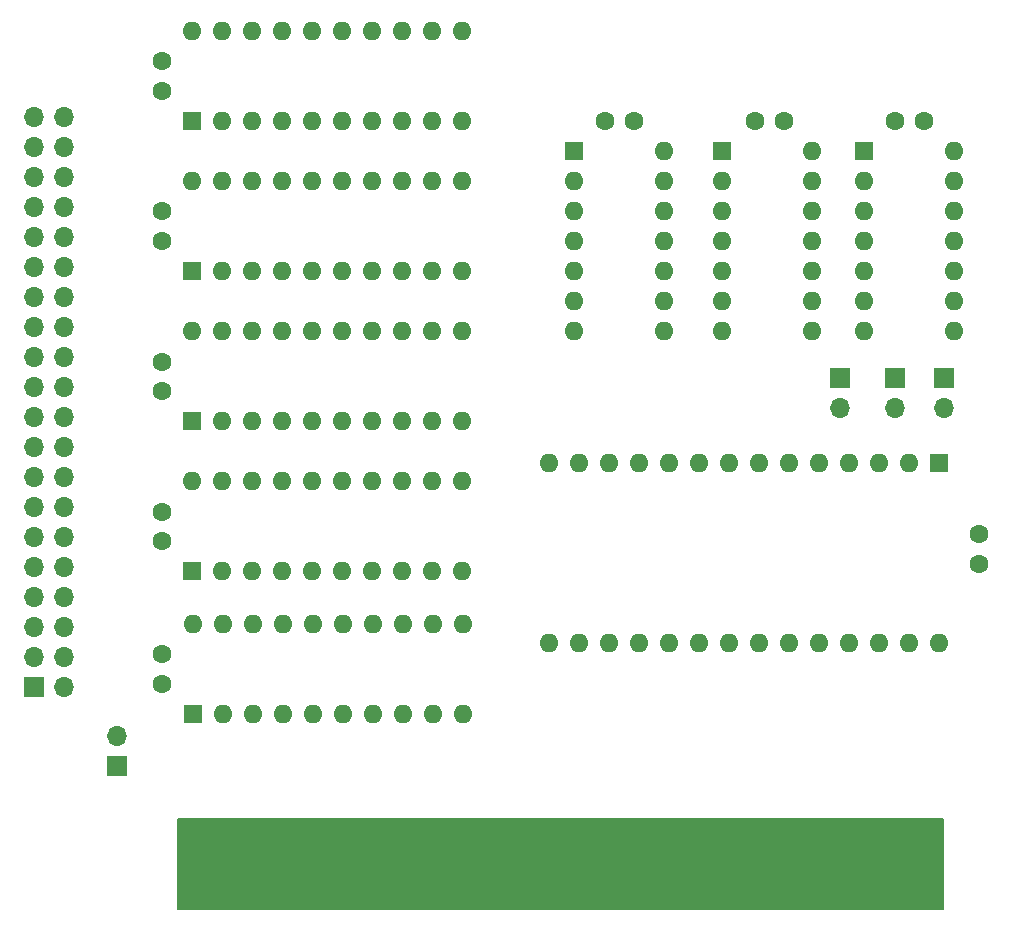
<source format=gbr>
G04 #@! TF.GenerationSoftware,KiCad,Pcbnew,8.0.3*
G04 #@! TF.CreationDate,2024-06-18T13:39:18-04:00*
G04 #@! TF.ProjectId,Apple2IORPi,4170706c-6532-4494-9f52-50692e6b6963,0.7*
G04 #@! TF.SameCoordinates,Original*
G04 #@! TF.FileFunction,Soldermask,Top*
G04 #@! TF.FilePolarity,Negative*
%FSLAX46Y46*%
G04 Gerber Fmt 4.6, Leading zero omitted, Abs format (unit mm)*
G04 Created by KiCad (PCBNEW 8.0.3) date 2024-06-18 13:39:18*
%MOMM*%
%LPD*%
G01*
G04 APERTURE LIST*
%ADD10C,0.150000*%
%ADD11R,1.700000X1.700000*%
%ADD12O,1.700000X1.700000*%
%ADD13R,1.600000X1.600000*%
%ADD14O,1.600000X1.600000*%
%ADD15C,1.600000*%
G04 APERTURE END LIST*
D10*
X187400001Y-119380000D02*
X122630001Y-119380000D01*
X122630001Y-111760000D01*
X187400001Y-111760000D01*
X187400001Y-119380000D01*
G36*
X187400001Y-119380000D02*
G01*
X122630001Y-119380000D01*
X122630001Y-111760000D01*
X187400001Y-111760000D01*
X187400001Y-119380000D01*
G37*
G36*
G01*
X123900001Y-118808500D02*
X123900001Y-112077500D01*
G75*
G02*
X124217501Y-111760000I317500J0D01*
G01*
X124852501Y-111760000D01*
G75*
G02*
X125170001Y-112077500I0J-317500D01*
G01*
X125170001Y-118808500D01*
G75*
G02*
X124852501Y-119126000I-317500J0D01*
G01*
X124217501Y-119126000D01*
G75*
G02*
X123900001Y-118808500I0J317500D01*
G01*
G37*
G36*
G01*
X126440001Y-118808500D02*
X126440001Y-112077500D01*
G75*
G02*
X126757501Y-111760000I317500J0D01*
G01*
X127392501Y-111760000D01*
G75*
G02*
X127710001Y-112077500I0J-317500D01*
G01*
X127710001Y-118808500D01*
G75*
G02*
X127392501Y-119126000I-317500J0D01*
G01*
X126757501Y-119126000D01*
G75*
G02*
X126440001Y-118808500I0J317500D01*
G01*
G37*
G36*
G01*
X128980001Y-118808500D02*
X128980001Y-112077500D01*
G75*
G02*
X129297501Y-111760000I317500J0D01*
G01*
X129932501Y-111760000D01*
G75*
G02*
X130250001Y-112077500I0J-317500D01*
G01*
X130250001Y-118808500D01*
G75*
G02*
X129932501Y-119126000I-317500J0D01*
G01*
X129297501Y-119126000D01*
G75*
G02*
X128980001Y-118808500I0J317500D01*
G01*
G37*
G36*
G01*
X131520001Y-118808500D02*
X131520001Y-112077500D01*
G75*
G02*
X131837501Y-111760000I317500J0D01*
G01*
X132472501Y-111760000D01*
G75*
G02*
X132790001Y-112077500I0J-317500D01*
G01*
X132790001Y-118808500D01*
G75*
G02*
X132472501Y-119126000I-317500J0D01*
G01*
X131837501Y-119126000D01*
G75*
G02*
X131520001Y-118808500I0J317500D01*
G01*
G37*
G36*
G01*
X134060001Y-118808500D02*
X134060001Y-112077500D01*
G75*
G02*
X134377501Y-111760000I317500J0D01*
G01*
X135012501Y-111760000D01*
G75*
G02*
X135330001Y-112077500I0J-317500D01*
G01*
X135330001Y-118808500D01*
G75*
G02*
X135012501Y-119126000I-317500J0D01*
G01*
X134377501Y-119126000D01*
G75*
G02*
X134060001Y-118808500I0J317500D01*
G01*
G37*
G36*
G01*
X136600001Y-118808500D02*
X136600001Y-112077500D01*
G75*
G02*
X136917501Y-111760000I317500J0D01*
G01*
X137552501Y-111760000D01*
G75*
G02*
X137870001Y-112077500I0J-317500D01*
G01*
X137870001Y-118808500D01*
G75*
G02*
X137552501Y-119126000I-317500J0D01*
G01*
X136917501Y-119126000D01*
G75*
G02*
X136600001Y-118808500I0J317500D01*
G01*
G37*
G36*
G01*
X139140001Y-118808500D02*
X139140001Y-112077500D01*
G75*
G02*
X139457501Y-111760000I317500J0D01*
G01*
X140092501Y-111760000D01*
G75*
G02*
X140410001Y-112077500I0J-317500D01*
G01*
X140410001Y-118808500D01*
G75*
G02*
X140092501Y-119126000I-317500J0D01*
G01*
X139457501Y-119126000D01*
G75*
G02*
X139140001Y-118808500I0J317500D01*
G01*
G37*
G36*
G01*
X141680001Y-118808500D02*
X141680001Y-112077500D01*
G75*
G02*
X141997501Y-111760000I317500J0D01*
G01*
X142632501Y-111760000D01*
G75*
G02*
X142950001Y-112077500I0J-317500D01*
G01*
X142950001Y-118808500D01*
G75*
G02*
X142632501Y-119126000I-317500J0D01*
G01*
X141997501Y-119126000D01*
G75*
G02*
X141680001Y-118808500I0J317500D01*
G01*
G37*
G36*
G01*
X144220001Y-118808500D02*
X144220001Y-112077500D01*
G75*
G02*
X144537501Y-111760000I317500J0D01*
G01*
X145172501Y-111760000D01*
G75*
G02*
X145490001Y-112077500I0J-317500D01*
G01*
X145490001Y-118808500D01*
G75*
G02*
X145172501Y-119126000I-317500J0D01*
G01*
X144537501Y-119126000D01*
G75*
G02*
X144220001Y-118808500I0J317500D01*
G01*
G37*
G36*
G01*
X146760001Y-118808500D02*
X146760001Y-112077500D01*
G75*
G02*
X147077501Y-111760000I317500J0D01*
G01*
X147712501Y-111760000D01*
G75*
G02*
X148030001Y-112077500I0J-317500D01*
G01*
X148030001Y-118808500D01*
G75*
G02*
X147712501Y-119126000I-317500J0D01*
G01*
X147077501Y-119126000D01*
G75*
G02*
X146760001Y-118808500I0J317500D01*
G01*
G37*
G36*
G01*
X149300001Y-118808500D02*
X149300001Y-112077500D01*
G75*
G02*
X149617501Y-111760000I317500J0D01*
G01*
X150252501Y-111760000D01*
G75*
G02*
X150570001Y-112077500I0J-317500D01*
G01*
X150570001Y-118808500D01*
G75*
G02*
X150252501Y-119126000I-317500J0D01*
G01*
X149617501Y-119126000D01*
G75*
G02*
X149300001Y-118808500I0J317500D01*
G01*
G37*
G36*
G01*
X151840001Y-118808500D02*
X151840001Y-112077500D01*
G75*
G02*
X152157501Y-111760000I317500J0D01*
G01*
X152792501Y-111760000D01*
G75*
G02*
X153110001Y-112077500I0J-317500D01*
G01*
X153110001Y-118808500D01*
G75*
G02*
X152792501Y-119126000I-317500J0D01*
G01*
X152157501Y-119126000D01*
G75*
G02*
X151840001Y-118808500I0J317500D01*
G01*
G37*
G36*
G01*
X154380001Y-118808500D02*
X154380001Y-112077500D01*
G75*
G02*
X154697501Y-111760000I317500J0D01*
G01*
X155332501Y-111760000D01*
G75*
G02*
X155650001Y-112077500I0J-317500D01*
G01*
X155650001Y-118808500D01*
G75*
G02*
X155332501Y-119126000I-317500J0D01*
G01*
X154697501Y-119126000D01*
G75*
G02*
X154380001Y-118808500I0J317500D01*
G01*
G37*
G36*
G01*
X156920001Y-118808500D02*
X156920001Y-112077500D01*
G75*
G02*
X157237501Y-111760000I317500J0D01*
G01*
X157872501Y-111760000D01*
G75*
G02*
X158190001Y-112077500I0J-317500D01*
G01*
X158190001Y-118808500D01*
G75*
G02*
X157872501Y-119126000I-317500J0D01*
G01*
X157237501Y-119126000D01*
G75*
G02*
X156920001Y-118808500I0J317500D01*
G01*
G37*
G36*
G01*
X159460001Y-118808500D02*
X159460001Y-112077500D01*
G75*
G02*
X159777501Y-111760000I317500J0D01*
G01*
X160412501Y-111760000D01*
G75*
G02*
X160730001Y-112077500I0J-317500D01*
G01*
X160730001Y-118808500D01*
G75*
G02*
X160412501Y-119126000I-317500J0D01*
G01*
X159777501Y-119126000D01*
G75*
G02*
X159460001Y-118808500I0J317500D01*
G01*
G37*
G36*
G01*
X162000001Y-118808500D02*
X162000001Y-112077500D01*
G75*
G02*
X162317501Y-111760000I317500J0D01*
G01*
X162952501Y-111760000D01*
G75*
G02*
X163270001Y-112077500I0J-317500D01*
G01*
X163270001Y-118808500D01*
G75*
G02*
X162952501Y-119126000I-317500J0D01*
G01*
X162317501Y-119126000D01*
G75*
G02*
X162000001Y-118808500I0J317500D01*
G01*
G37*
G36*
G01*
X164540001Y-118808500D02*
X164540001Y-112077500D01*
G75*
G02*
X164857501Y-111760000I317500J0D01*
G01*
X165492501Y-111760000D01*
G75*
G02*
X165810001Y-112077500I0J-317500D01*
G01*
X165810001Y-118808500D01*
G75*
G02*
X165492501Y-119126000I-317500J0D01*
G01*
X164857501Y-119126000D01*
G75*
G02*
X164540001Y-118808500I0J317500D01*
G01*
G37*
G36*
G01*
X167080001Y-118808500D02*
X167080001Y-112077500D01*
G75*
G02*
X167397501Y-111760000I317500J0D01*
G01*
X168032501Y-111760000D01*
G75*
G02*
X168350001Y-112077500I0J-317500D01*
G01*
X168350001Y-118808500D01*
G75*
G02*
X168032501Y-119126000I-317500J0D01*
G01*
X167397501Y-119126000D01*
G75*
G02*
X167080001Y-118808500I0J317500D01*
G01*
G37*
G36*
G01*
X169620001Y-118808500D02*
X169620001Y-112077500D01*
G75*
G02*
X169937501Y-111760000I317500J0D01*
G01*
X170572501Y-111760000D01*
G75*
G02*
X170890001Y-112077500I0J-317500D01*
G01*
X170890001Y-118808500D01*
G75*
G02*
X170572501Y-119126000I-317500J0D01*
G01*
X169937501Y-119126000D01*
G75*
G02*
X169620001Y-118808500I0J317500D01*
G01*
G37*
G36*
G01*
X172160001Y-118808500D02*
X172160001Y-112077500D01*
G75*
G02*
X172477501Y-111760000I317500J0D01*
G01*
X173112501Y-111760000D01*
G75*
G02*
X173430001Y-112077500I0J-317500D01*
G01*
X173430001Y-118808500D01*
G75*
G02*
X173112501Y-119126000I-317500J0D01*
G01*
X172477501Y-119126000D01*
G75*
G02*
X172160001Y-118808500I0J317500D01*
G01*
G37*
G36*
G01*
X174700001Y-118808500D02*
X174700001Y-112077500D01*
G75*
G02*
X175017501Y-111760000I317500J0D01*
G01*
X175652501Y-111760000D01*
G75*
G02*
X175970001Y-112077500I0J-317500D01*
G01*
X175970001Y-118808500D01*
G75*
G02*
X175652501Y-119126000I-317500J0D01*
G01*
X175017501Y-119126000D01*
G75*
G02*
X174700001Y-118808500I0J317500D01*
G01*
G37*
G36*
G01*
X177240001Y-118808500D02*
X177240001Y-112077500D01*
G75*
G02*
X177557501Y-111760000I317500J0D01*
G01*
X178192501Y-111760000D01*
G75*
G02*
X178510001Y-112077500I0J-317500D01*
G01*
X178510001Y-118808500D01*
G75*
G02*
X178192501Y-119126000I-317500J0D01*
G01*
X177557501Y-119126000D01*
G75*
G02*
X177240001Y-118808500I0J317500D01*
G01*
G37*
G36*
G01*
X179780001Y-118808500D02*
X179780001Y-112077500D01*
G75*
G02*
X180097501Y-111760000I317500J0D01*
G01*
X180732501Y-111760000D01*
G75*
G02*
X181050001Y-112077500I0J-317500D01*
G01*
X181050001Y-118808500D01*
G75*
G02*
X180732501Y-119126000I-317500J0D01*
G01*
X180097501Y-119126000D01*
G75*
G02*
X179780001Y-118808500I0J317500D01*
G01*
G37*
G36*
G01*
X182320001Y-118808500D02*
X182320001Y-112077500D01*
G75*
G02*
X182637501Y-111760000I317500J0D01*
G01*
X183272501Y-111760000D01*
G75*
G02*
X183590001Y-112077500I0J-317500D01*
G01*
X183590001Y-118808500D01*
G75*
G02*
X183272501Y-119126000I-317500J0D01*
G01*
X182637501Y-119126000D01*
G75*
G02*
X182320001Y-118808500I0J317500D01*
G01*
G37*
G36*
G01*
X184860001Y-118808500D02*
X184860001Y-112077500D01*
G75*
G02*
X185177501Y-111760000I317500J0D01*
G01*
X185812501Y-111760000D01*
G75*
G02*
X186130001Y-112077500I0J-317500D01*
G01*
X186130001Y-118808500D01*
G75*
G02*
X185812501Y-119126000I-317500J0D01*
G01*
X185177501Y-119126000D01*
G75*
G02*
X184860001Y-118808500I0J317500D01*
G01*
G37*
D11*
X110490000Y-100584000D03*
D12*
X113030000Y-100584000D03*
X110490000Y-98044000D03*
X113030000Y-98044000D03*
X110490000Y-95504000D03*
X113030000Y-95504000D03*
X110490000Y-92964000D03*
X113030000Y-92964000D03*
X110490000Y-90424000D03*
X113030000Y-90424000D03*
X110490000Y-87884000D03*
X113030000Y-87884000D03*
X110490000Y-85344000D03*
X113030000Y-85344000D03*
X110490000Y-82804000D03*
X113030000Y-82804000D03*
X110490000Y-80264000D03*
X113030000Y-80264000D03*
X110490000Y-77724000D03*
X113030000Y-77724000D03*
X110490000Y-75184000D03*
X113030000Y-75184000D03*
X110490000Y-72644000D03*
X113030000Y-72644000D03*
X110490000Y-70104000D03*
X113030000Y-70104000D03*
X110490000Y-67564000D03*
X113030000Y-67564000D03*
X110490000Y-65024000D03*
X113030000Y-65024000D03*
X110490000Y-62484000D03*
X113030000Y-62484000D03*
X110490000Y-59944000D03*
X113030000Y-59944000D03*
X110490000Y-57404000D03*
X113030000Y-57404000D03*
X110490000Y-54864000D03*
X113030000Y-54864000D03*
X110490000Y-52324000D03*
X113030000Y-52324000D03*
D13*
X123952000Y-102870000D03*
D14*
X126492000Y-102870000D03*
X129032000Y-102870000D03*
X131572000Y-102870000D03*
X134112000Y-102870000D03*
X136652000Y-102870000D03*
X139192000Y-102870000D03*
X141732000Y-102870000D03*
X144272000Y-102870000D03*
X146812000Y-102870000D03*
X146812000Y-95250000D03*
X144272000Y-95250000D03*
X141732000Y-95250000D03*
X139192000Y-95250000D03*
X136652000Y-95250000D03*
X134112000Y-95250000D03*
X131572000Y-95250000D03*
X129032000Y-95250000D03*
X126492000Y-95250000D03*
X123952000Y-95250000D03*
D13*
X180771800Y-55245000D03*
D14*
X180771800Y-57785000D03*
X180771800Y-60325000D03*
X180771800Y-62865000D03*
X180771800Y-65405000D03*
X180771800Y-67945000D03*
X180771800Y-70485000D03*
X188391800Y-70485000D03*
X188391800Y-67945000D03*
X188391800Y-65405000D03*
X188391800Y-62865000D03*
X188391800Y-60325000D03*
X188391800Y-57785000D03*
X188391800Y-55245000D03*
D13*
X156210000Y-55245000D03*
D14*
X156210000Y-57785000D03*
X156210000Y-60325000D03*
X156210000Y-62865000D03*
X156210000Y-65405000D03*
X156210000Y-67945000D03*
X156210000Y-70485000D03*
X163830000Y-70485000D03*
X163830000Y-67945000D03*
X163830000Y-65405000D03*
X163830000Y-62865000D03*
X163830000Y-60325000D03*
X163830000Y-57785000D03*
X163830000Y-55245000D03*
D13*
X123825000Y-90805000D03*
D14*
X126365000Y-90805000D03*
X128905000Y-90805000D03*
X131445000Y-90805000D03*
X133985000Y-90805000D03*
X136525000Y-90805000D03*
X139065000Y-90805000D03*
X141605000Y-90805000D03*
X144145000Y-90805000D03*
X146685000Y-90805000D03*
X146685000Y-83185000D03*
X144145000Y-83185000D03*
X141605000Y-83185000D03*
X139065000Y-83185000D03*
X136525000Y-83185000D03*
X133985000Y-83185000D03*
X131445000Y-83185000D03*
X128905000Y-83185000D03*
X126365000Y-83185000D03*
X123825000Y-83185000D03*
D13*
X123825000Y-78105000D03*
D14*
X126365000Y-78105000D03*
X128905000Y-78105000D03*
X131445000Y-78105000D03*
X133985000Y-78105000D03*
X136525000Y-78105000D03*
X139065000Y-78105000D03*
X141605000Y-78105000D03*
X144145000Y-78105000D03*
X146685000Y-78105000D03*
X146685000Y-70485000D03*
X144145000Y-70485000D03*
X141605000Y-70485000D03*
X139065000Y-70485000D03*
X136525000Y-70485000D03*
X133985000Y-70485000D03*
X131445000Y-70485000D03*
X128905000Y-70485000D03*
X126365000Y-70485000D03*
X123825000Y-70485000D03*
D13*
X187101925Y-81586962D03*
D14*
X184561925Y-81586962D03*
X182021925Y-81586962D03*
X179481925Y-81586962D03*
X176941925Y-81586962D03*
X174401925Y-81586962D03*
X171861925Y-81586962D03*
X169321925Y-81586962D03*
X166781925Y-81586962D03*
X164241925Y-81586962D03*
X161701925Y-81586962D03*
X159161925Y-81586962D03*
X156621925Y-81586962D03*
X154081925Y-81586962D03*
X154081925Y-96826962D03*
X156621925Y-96826962D03*
X159161925Y-96826962D03*
X161701925Y-96826962D03*
X164241925Y-96826962D03*
X166781925Y-96826962D03*
X169321925Y-96826962D03*
X171861925Y-96826962D03*
X174401925Y-96826962D03*
X176941925Y-96826962D03*
X179481925Y-96826962D03*
X182021925Y-96826962D03*
X184561925Y-96826962D03*
X187101925Y-96826962D03*
D13*
X123825000Y-65405000D03*
D14*
X126365000Y-65405000D03*
X128905000Y-65405000D03*
X131445000Y-65405000D03*
X133985000Y-65405000D03*
X136525000Y-65405000D03*
X139065000Y-65405000D03*
X141605000Y-65405000D03*
X144145000Y-65405000D03*
X146685000Y-65405000D03*
X146685000Y-57785000D03*
X144145000Y-57785000D03*
X141605000Y-57785000D03*
X139065000Y-57785000D03*
X136525000Y-57785000D03*
X133985000Y-57785000D03*
X131445000Y-57785000D03*
X128905000Y-57785000D03*
X126365000Y-57785000D03*
X123825000Y-57785000D03*
D13*
X123825000Y-52705000D03*
D14*
X126365000Y-52705000D03*
X128905000Y-52705000D03*
X131445000Y-52705000D03*
X133985000Y-52705000D03*
X136525000Y-52705000D03*
X139065000Y-52705000D03*
X141605000Y-52705000D03*
X144145000Y-52705000D03*
X146685000Y-52705000D03*
X146685000Y-45085000D03*
X144145000Y-45085000D03*
X141605000Y-45085000D03*
X139065000Y-45085000D03*
X136525000Y-45085000D03*
X133985000Y-45085000D03*
X131445000Y-45085000D03*
X128905000Y-45085000D03*
X126365000Y-45085000D03*
X123825000Y-45085000D03*
D15*
X121285000Y-97830000D03*
X121285000Y-100330000D03*
X190500000Y-90170000D03*
X190500000Y-87670000D03*
X185851800Y-52705000D03*
X183351800Y-52705000D03*
X161290000Y-52705000D03*
X158790000Y-52705000D03*
X121285000Y-85765000D03*
X121285000Y-88265000D03*
X121285000Y-73065000D03*
X121285000Y-75565000D03*
X121285000Y-47625000D03*
X121285000Y-50125000D03*
X121285000Y-60325000D03*
X121285000Y-62825000D03*
X173990000Y-52705000D03*
X171490000Y-52705000D03*
D13*
X168706800Y-55168800D03*
D14*
X168706800Y-57708800D03*
X168706800Y-60248800D03*
X168706800Y-62788800D03*
X168706800Y-65328800D03*
X168706800Y-67868800D03*
X168706800Y-70408800D03*
X176326800Y-70408800D03*
X176326800Y-67868800D03*
X176326800Y-65328800D03*
X176326800Y-62788800D03*
X176326800Y-60248800D03*
X176326800Y-57708800D03*
X176326800Y-55168800D03*
D11*
X117500400Y-107238800D03*
D12*
X117500400Y-104698800D03*
D11*
X178700000Y-74460000D03*
D12*
X178700000Y-77000000D03*
D11*
X187500000Y-74460000D03*
D12*
X187500000Y-77000000D03*
D11*
X183350000Y-74460000D03*
D12*
X183350000Y-77000000D03*
M02*

</source>
